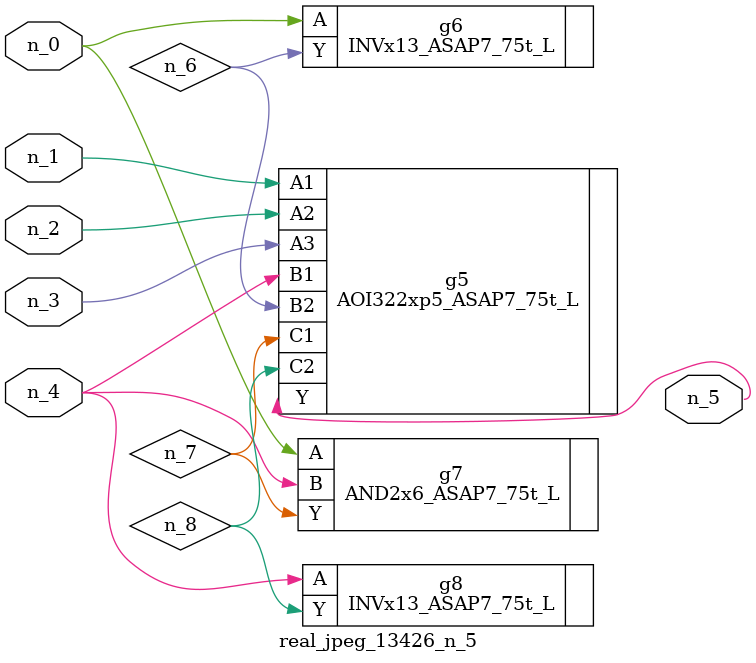
<source format=v>
module real_jpeg_13426_n_5 (n_4, n_0, n_1, n_2, n_3, n_5);

input n_4;
input n_0;
input n_1;
input n_2;
input n_3;

output n_5;

wire n_8;
wire n_6;
wire n_7;

INVx13_ASAP7_75t_L g6 ( 
.A(n_0),
.Y(n_6)
);

AND2x6_ASAP7_75t_L g7 ( 
.A(n_0),
.B(n_4),
.Y(n_7)
);

AOI322xp5_ASAP7_75t_L g5 ( 
.A1(n_1),
.A2(n_2),
.A3(n_3),
.B1(n_4),
.B2(n_6),
.C1(n_7),
.C2(n_8),
.Y(n_5)
);

INVx13_ASAP7_75t_L g8 ( 
.A(n_4),
.Y(n_8)
);


endmodule
</source>
